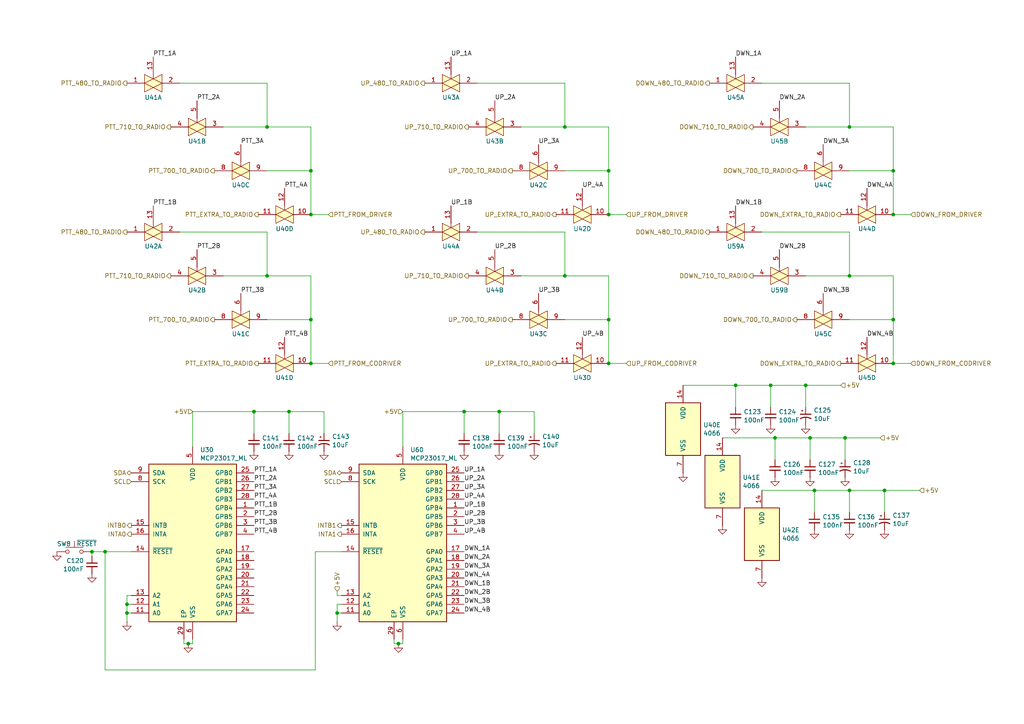
<source format=kicad_sch>
(kicad_sch (version 20250114) (generator "eeschema") (generator_version "9.0")
  (paper "A4")
  (lib_symbols
    (symbol "4xxx:4066" (pin_names (offset 1.016))
      (property "Reference" "U" (at -7.62 8.89 0))
      (property "Value" "4066" (at -7.62 -8.89 0))
      (symbol "4066_1_0"
        (polyline (pts (xy -2.54 2.54) (xy 2.54 0) (xy -2.54 -2.54) (xy -2.54 2.54)) (fill (type background)))
        (polyline (pts (xy -2.54 0) (xy 2.54 2.54) (xy 2.54 -2.54) (xy -2.54 0)) (fill (type background)))
        (polyline (pts (xy 0 1.27) (xy 0 2.54)) (stroke (width 0.1524)))
        (pin passive line (at -7.62 0 0) (length 5.08) (name "~") (number "1"))
        (pin input line (at 0 7.62 270) (length 5.08) (name "~") (number "13"))
        (pin passive line (at 7.62 0 180) (length 5.08) (name "~") (number "2"))
      )
      (symbol "4066_2_0"
        (polyline (pts (xy -2.54 2.54) (xy 2.54 0) (xy -2.54 -2.54) (xy -2.54 2.54)) (fill (type background)))
        (polyline (pts (xy -2.54 0) (xy 2.54 2.54) (xy 2.54 -2.54) (xy -2.54 0)) (fill (type background)))
        (polyline (pts (xy 0 1.27) (xy 0 2.54)) (stroke (width 0.1524)))
        (pin passive line (at -7.62 0 0) (length 5.08) (name "~") (number "4"))
        (pin input line (at 0 7.62 270) (length 5.08) (name "~") (number "5"))
        (pin passive line (at 7.62 0 180) (length 5.08) (name "~") (number "3"))
      )
      (symbol "4066_3_0"
        (polyline (pts (xy -2.54 2.54) (xy 2.54 0) (xy -2.54 -2.54) (xy -2.54 2.54)) (fill (type background)))
        (polyline (pts (xy -2.54 0) (xy 2.54 2.54) (xy 2.54 -2.54) (xy -2.54 0)) (fill (type background)))
        (polyline (pts (xy 0 1.27) (xy 0 2.54)) (stroke (width 0.1524)))
        (pin passive line (at -7.62 0 0) (length 5.08) (name "~") (number "8"))
        (pin input line (at 0 7.62 270) (length 5.08) (name "~") (number "6"))
        (pin passive line (at 7.62 0 180) (length 5.08) (name "~") (number "9"))
      )
      (symbol "4066_4_0"
        (polyline (pts (xy -2.54 2.54) (xy 2.54 0) (xy -2.54 -2.54) (xy -2.54 2.54)) (fill (type background)))
        (polyline (pts (xy -2.54 0) (xy 2.54 2.54) (xy 2.54 -2.54) (xy -2.54 0)) (fill (type background)))
        (polyline (pts (xy 0 1.27) (xy 0 2.54)) (stroke (width 0.1524)))
        (pin passive line (at -7.62 0 0) (length 5.08) (name "~") (number "11"))
        (pin input line (at 0 7.62 270) (length 5.08) (name "~") (number "12"))
        (pin passive line (at 7.62 0 180) (length 5.08) (name "~") (number "10"))
      )
      (symbol "4066_5_0"
        (pin power_in line (at 0 12.7 270) (length 5.08) (name "VDD") (number "14"))
        (pin power_in line (at 0 -12.7 90) (length 5.08) (name "VSS") (number "7"))
      )
      (symbol "4066_5_1"
        (rectangle (start -5.08 7.62) (end 5.08 -7.62) (stroke (width 0.254)) (fill (type background)))
      )
    )
    (symbol "Device:C_Polarized_Small_US" (pin_numbers (hide yes)) (pin_names (offset 0.254) (hide yes))
      (property "Reference" "C" (at 0.254 1.778 0))
      (property "Value" "C_Polarized_Small_US" (at 0.254 -2.032 0))
      (symbol "C_Polarized_Small_US_0_1"
        (polyline (pts (xy -1.524 0.508) (xy 1.524 0.508)) (stroke (width 0.3048)))
        (polyline (pts (xy -1.27 1.524) (xy -0.762 1.524)))
        (polyline (pts (xy -1.016 1.27) (xy -1.016 1.778)))
        (arc (start -1.524 -0.762) (mid 0 -0.3734) (end 1.524 -0.762) (stroke (width 0.3048)))
      )
      (symbol "C_Polarized_Small_US_1_1"
        (pin passive line (at 0 2.54 270) (length 2.032) (name "~") (number "1"))
        (pin passive line (at 0 -2.54 90) (length 2.032) (name "~") (number "2"))
      )
    )
    (symbol "Device:C_Small" (pin_numbers (hide yes)) (pin_names (offset 0.254) (hide yes))
      (property "Reference" "C" (at 0.254 1.778 0))
      (property "Value" "C_Small" (at 0.254 -2.032 0))
      (symbol "C_Small_0_1"
        (polyline (pts (xy -1.524 0.508) (xy 1.524 0.508)) (stroke (width 0.3048)))
        (polyline (pts (xy -1.524 -0.508) (xy 1.524 -0.508)) (stroke (width 0.3302)))
      )
      (symbol "C_Small_1_1"
        (pin passive line (at 0 2.54 270) (length 2.032) (name "~") (number "1"))
        (pin passive line (at 0 -2.54 90) (length 2.032) (name "~") (number "2"))
      )
    )
    (symbol "Interface_Expansion:MCP23017_ML" (pin_names (offset 1.016))
      (property "Reference" "U" (at -11.43 24.13 0))
      (property "Value" "MCP23017_ML" (at 0 0 0))
      (symbol "MCP23017_ML_0_1"
        (rectangle (start -12.7 22.86) (end 12.7 -22.86) (stroke (width 0.254)) (fill (type background)))
      )
      (symbol "MCP23017_ML_1_1"
        (pin bidirectional line (at -17.78 20.32 0) (length 5.08) (name "SDA") (number "9"))
        (pin input line (at -17.78 17.78 0) (length 5.08) (name "SCK") (number "8"))
        (pin tri_state line (at -17.78 5.08 0) (length 5.08) (name "INTB") (number "15"))
        (pin tri_state line (at -17.78 2.54 0) (length 5.08) (name "INTA") (number "16"))
        (pin input line (at -17.78 -2.54 0) (length 5.08) (name "~{RESET}") (number "14"))
        (pin input line (at -17.78 -15.24 0) (length 5.08) (name "A2") (number "13"))
        (pin input line (at -17.78 -17.78 0) (length 5.08) (name "A1") (number "12"))
        (pin input line (at -17.78 -20.32 0) (length 5.08) (name "A0") (number "11"))
        (pin no_connect line (at -12.7 15.24 0) (length 5.08) (hide yes) (name "NC") (number "7"))
        (pin no_connect line (at -12.7 12.7 0) (length 5.08) (hide yes) (name "NC") (number "10"))
        (pin passive line (at -2.54 -27.94 90) (length 5.08) (name "EP") (number "29"))
        (pin power_in line (at 0 27.94 270) (length 5.08) (name "VDD") (number "5"))
        (pin power_in line (at 0 -27.94 90) (length 5.08) (name "VSS") (number "6"))
        (pin bidirectional line (at 17.78 20.32 180) (length 5.08) (name "GPB0") (number "25"))
        (pin bidirectional line (at 17.78 17.78 180) (length 5.08) (name "GPB1") (number "26"))
        (pin bidirectional line (at 17.78 15.24 180) (length 5.08) (name "GPB2") (number "27"))
        (pin bidirectional line (at 17.78 12.7 180) (length 5.08) (name "GPB3") (number "28"))
        (pin bidirectional line (at 17.78 10.16 180) (length 5.08) (name "GPB4") (number "1"))
        (pin bidirectional line (at 17.78 7.62 180) (length 5.08) (name "GPB5") (number "2"))
        (pin bidirectional line (at 17.78 5.08 180) (length 5.08) (name "GPB6") (number "3"))
        (pin output line (at 17.78 2.54 180) (length 5.08) (name "GPB7") (number "4"))
        (pin bidirectional line (at 17.78 -2.54 180) (length 5.08) (name "GPA0") (number "17"))
        (pin bidirectional line (at 17.78 -5.08 180) (length 5.08) (name "GPA1") (number "18"))
        (pin bidirectional line (at 17.78 -7.62 180) (length 5.08) (name "GPA2") (number "19"))
        (pin bidirectional line (at 17.78 -10.16 180) (length 5.08) (name "GPA3") (number "20"))
        (pin bidirectional line (at 17.78 -12.7 180) (length 5.08) (name "GPA4") (number "21"))
        (pin bidirectional line (at 17.78 -15.24 180) (length 5.08) (name "GPA5") (number "22"))
        (pin bidirectional line (at 17.78 -17.78 180) (length 5.08) (name "GPA6") (number "23"))
        (pin output line (at 17.78 -20.32 180) (length 5.08) (name "GPA7") (number "24"))
      )
    )
    (symbol "Switch:SW_Push" (pin_numbers (hide yes)) (pin_names (offset 1.016) (hide yes))
      (property "Reference" "SW" (at 1.27 2.54 0))
      (property "Value" "SW_Push" (at 0 -1.524 0))
      (symbol "SW_Push_0_1"
        (circle (center -2.032 0) (radius 0.508))
        (polyline (pts (xy 0 1.27) (xy 0 3.048)))
        (circle (center 2.032 0) (radius 0.508))
        (polyline (pts (xy 2.54 1.27) (xy -2.54 1.27)))
        (pin passive line (at -5.08 0 0) (length 2.54) (name "1") (number "1"))
        (pin passive line (at 5.08 0 180) (length 2.54) (name "2") (number "2"))
      )
    )
    (symbol "power:GND" (power) (pin_numbers (hide yes)) (pin_names (offset 0) (hide yes))
      (property "Value" "GND" (at 0 -3.81 0))
      (symbol "GND_0_1"
        (polyline (pts (xy 0 0) (xy 0 -1.27) (xy 1.27 -1.27) (xy 0 -2.54) (xy -1.27 -1.27) (xy 0 -1.27)))
      )
      (symbol "GND_1_1"
        (pin power_in line (at 0 0 270) (length 0) (name "~") (number "1"))
      )
    )
  )
  (junction (at 77.47 80.01))
  (junction (at 73.66 119.38))
  (junction (at 77.47 36.83))
  (junction (at 233.68 111.76))
  (junction (at 90.17 62.23))
  (junction (at 245.11 127))
  (junction (at 176.53 92.71))
  (junction (at 256.54 142.24))
  (junction (at 36.83 177.8))
  (junction (at 30.48 160.02))
  (junction (at 224.79 127))
  (junction (at 36.83 175.26))
  (junction (at 176.53 62.23))
  (junction (at 236.22 142.24))
  (junction (at 163.83 80.01))
  (junction (at 259.08 62.23))
  (junction (at 176.53 105.41))
  (junction (at 90.17 49.53))
  (junction (at 83.82 119.38))
  (junction (at 26.67 160.02))
  (junction (at 90.17 105.41))
  (junction (at 90.17 92.71))
  (junction (at 115.57 186.69))
  (junction (at 259.08 49.53))
  (junction (at 213.36 111.76))
  (junction (at 246.38 80.01))
  (junction (at 246.38 36.83))
  (junction (at 234.95 127))
  (junction (at 259.08 92.71))
  (junction (at 246.38 142.24))
  (junction (at 134.62 119.38))
  (junction (at 54.61 186.69))
  (junction (at 97.79 177.8))
  (junction (at 259.08 105.41))
  (junction (at 144.78 119.38))
  (junction (at 163.83 36.83))
  (junction (at 176.53 49.53))
  (junction (at 223.52 111.76))
  (wire (pts (xy 26.67 160.02) (xy 30.48 160.02)))
  (wire (pts (xy 176.53 92.71) (xy 176.53 105.41)))
  (wire (pts (xy 97.79 172.72) (xy 99.06 172.72)))
  (wire (pts (xy 245.11 127) (xy 245.11 133.35)))
  (wire (pts (xy 246.38 49.53) (xy 259.08 49.53)))
  (wire (pts (xy 223.52 111.76) (xy 223.52 118.11)))
  (wire (pts (xy 64.77 36.83) (xy 77.47 36.83)))
  (wire (pts (xy 93.98 119.38) (xy 93.98 125.73)))
  (wire (pts (xy 255.27 127) (xy 245.11 127)))
  (wire (pts (xy 151.13 36.83) (xy 163.83 36.83)))
  (wire (pts (xy 36.83 175.26) (xy 38.1 175.26)))
  (wire (pts (xy 36.83 172.72) (xy 38.1 172.72)))
  (wire (pts (xy 243.84 111.76) (xy 233.68 111.76)))
  (wire (pts (xy 97.79 177.8) (xy 97.79 175.26)))
  (wire (pts (xy 259.08 80.01) (xy 246.38 80.01)))
  (wire (pts (xy 259.08 36.83) (xy 259.08 49.53)))
  (wire (pts (xy 259.08 36.83) (xy 246.38 36.83)))
  (wire (pts (xy 36.83 177.8) (xy 38.1 177.8)))
  (wire (pts (xy 55.88 119.38) (xy 73.66 119.38)))
  (wire (pts (xy 224.79 127) (xy 224.79 133.35)))
  (wire (pts (xy 55.88 119.38) (xy 55.88 129.54)))
  (wire (pts (xy 97.79 175.26) (xy 99.06 175.26)))
  (wire (pts (xy 52.07 24.13) (xy 77.47 24.13)))
  (wire (pts (xy 55.88 185.42) (xy 55.88 186.69)))
  (wire (pts (xy 115.57 186.69) (xy 114.3 186.69)))
  (wire (pts (xy 234.95 127) (xy 234.95 133.35)))
  (wire (pts (xy 90.17 80.01) (xy 77.47 80.01)))
  (wire (pts (xy 176.53 62.23) (xy 181.61 62.23)))
  (wire (pts (xy 55.88 186.69) (xy 54.61 186.69)))
  (wire (pts (xy 176.53 80.01) (xy 176.53 92.71)))
  (wire (pts (xy 233.68 111.76) (xy 223.52 111.76)))
  (wire (pts (xy 97.79 171.45) (xy 97.79 172.72)))
  (wire (pts (xy 259.08 92.71) (xy 259.08 105.41)))
  (wire (pts (xy 83.82 119.38) (xy 83.82 125.73)))
  (wire (pts (xy 53.34 185.42) (xy 53.34 186.69)))
  (wire (pts (xy 116.84 186.69) (xy 115.57 186.69)))
  (wire (pts (xy 224.79 127) (xy 209.55 127)))
  (wire (pts (xy 36.83 175.26) (xy 36.83 172.72)))
  (wire (pts (xy 259.08 105.41) (xy 264.16 105.41)))
  (wire (pts (xy 176.53 36.83) (xy 163.83 36.83)))
  (wire (pts (xy 245.11 127) (xy 234.95 127)))
  (wire (pts (xy 236.22 142.24) (xy 236.22 148.59)))
  (wire (pts (xy 246.38 67.31) (xy 246.38 80.01)))
  (wire (pts (xy 90.17 105.41) (xy 95.25 105.41)))
  (wire (pts (xy 246.38 24.13) (xy 246.38 36.83)))
  (wire (pts (xy 138.43 24.13) (xy 163.83 24.13)))
  (wire (pts (xy 138.43 67.31) (xy 163.83 67.31)))
  (wire (pts (xy 154.94 119.38) (xy 144.78 119.38)))
  (wire (pts (xy 233.68 111.76) (xy 233.68 118.11)))
  (wire (pts (xy 77.47 67.31) (xy 77.47 80.01)))
  (wire (pts (xy 144.78 119.38) (xy 134.62 119.38)))
  (wire (pts (xy 163.83 49.53) (xy 176.53 49.53)))
  (wire (pts (xy 176.53 105.41) (xy 181.61 105.41)))
  (wire (pts (xy 246.38 142.24) (xy 236.22 142.24)))
  (wire (pts (xy 163.83 92.71) (xy 176.53 92.71)))
  (wire (pts (xy 93.98 119.38) (xy 83.82 119.38)))
  (wire (pts (xy 77.47 49.53) (xy 90.17 49.53)))
  (wire (pts (xy 52.07 67.31) (xy 77.47 67.31)))
  (wire (pts (xy 233.68 80.01) (xy 246.38 80.01)))
  (wire (pts (xy 163.83 24.13) (xy 163.83 36.83)))
  (wire (pts (xy 213.36 111.76) (xy 213.36 118.11)))
  (wire (pts (xy 266.7 142.24) (xy 256.54 142.24)))
  (wire (pts (xy 176.53 80.01) (xy 163.83 80.01)))
  (wire (pts (xy 77.47 24.13) (xy 77.47 36.83)))
  (wire (pts (xy 116.84 185.42) (xy 116.84 186.69)))
  (wire (pts (xy 256.54 142.24) (xy 256.54 148.59)))
  (wire (pts (xy 234.95 127) (xy 224.79 127)))
  (wire (pts (xy 73.66 119.38) (xy 73.66 125.73)))
  (wire (pts (xy 259.08 49.53) (xy 259.08 62.23)))
  (wire (pts (xy 26.67 160.02) (xy 26.67 161.29)))
  (wire (pts (xy 90.17 80.01) (xy 90.17 92.71)))
  (wire (pts (xy 246.38 92.71) (xy 259.08 92.71)))
  (wire (pts (xy 144.78 119.38) (xy 144.78 125.73)))
  (wire (pts (xy 91.44 194.31) (xy 91.44 160.02)))
  (wire (pts (xy 259.08 80.01) (xy 259.08 92.71)))
  (wire (pts (xy 90.17 92.71) (xy 90.17 105.41)))
  (wire (pts (xy 236.22 142.24) (xy 220.98 142.24)))
  (wire (pts (xy 30.48 160.02) (xy 30.48 194.31)))
  (wire (pts (xy 220.98 67.31) (xy 246.38 67.31)))
  (wire (pts (xy 233.68 36.83) (xy 246.38 36.83)))
  (wire (pts (xy 30.48 160.02) (xy 38.1 160.02)))
  (wire (pts (xy 163.83 67.31) (xy 163.83 80.01)))
  (wire (pts (xy 64.77 80.01) (xy 77.47 80.01)))
  (wire (pts (xy 97.79 180.34) (xy 97.79 177.8)))
  (wire (pts (xy 176.53 36.83) (xy 176.53 49.53)))
  (wire (pts (xy 246.38 142.24) (xy 246.38 148.59)))
  (wire (pts (xy 134.62 119.38) (xy 134.62 125.73)))
  (wire (pts (xy 154.94 119.38) (xy 154.94 125.73)))
  (wire (pts (xy 114.3 185.42) (xy 114.3 186.69)))
  (wire (pts (xy 116.84 119.38) (xy 116.84 129.54)))
  (wire (pts (xy 90.17 36.83) (xy 90.17 49.53)))
  (wire (pts (xy 176.53 49.53) (xy 176.53 62.23)))
  (wire (pts (xy 83.82 119.38) (xy 73.66 119.38)))
  (wire (pts (xy 220.98 24.13) (xy 246.38 24.13)))
  (wire (pts (xy 116.84 119.38) (xy 134.62 119.38)))
  (wire (pts (xy 256.54 142.24) (xy 246.38 142.24)))
  (wire (pts (xy 90.17 36.83) (xy 77.47 36.83)))
  (wire (pts (xy 30.48 194.31) (xy 91.44 194.31)))
  (wire (pts (xy 223.52 111.76) (xy 213.36 111.76)))
  (wire (pts (xy 97.79 177.8) (xy 99.06 177.8)))
  (wire (pts (xy 213.36 111.76) (xy 198.12 111.76)))
  (wire (pts (xy 54.61 186.69) (xy 53.34 186.69)))
  (wire (pts (xy 151.13 80.01) (xy 163.83 80.01)))
  (wire (pts (xy 90.17 49.53) (xy 90.17 62.23)))
  (wire (pts (xy 91.44 160.02) (xy 99.06 160.02)))
  (wire (pts (xy 36.83 177.8) (xy 36.83 175.26)))
  (wire (pts (xy 259.08 62.23) (xy 264.16 62.23)))
  (wire (pts (xy 36.83 180.34) (xy 36.83 177.8)))
  (wire (pts (xy 77.47 92.71) (xy 90.17 92.71)))
  (wire (pts (xy 90.17 62.23) (xy 95.25 62.23)))
  (label "DWN_4B" (at 134.62 177.8 0))
  (label "PTT_4B" (at 82.55 97.79 0))
  (label "DWN_3A" (at 134.62 165.1 0))
  (label "DWN_2B" (at 134.62 172.72 0))
  (label "UP_3B" (at 134.62 152.4 0))
  (label "UP_3A" (at 156.21 41.91 0))
  (label "PTT_1A" (at 44.45 16.51 0))
  (label "PTT_3B" (at 73.66 152.4 0))
  (label "UP_1B" (at 134.62 147.32 0))
  (label "PTT_1B" (at 44.45 59.69 0))
  (label "PTT_3A" (at 73.66 142.24 0))
  (label "UP_1A" (at 134.62 137.16 0))
  (label "DWN_2A" (at 226.06 29.21 0))
  (label "UP_3A" (at 134.62 142.24 0))
  (label "UP_1B" (at 130.81 59.69 0))
  (label "UP_2A" (at 143.51 29.21 0))
  (label "DWN_2A" (at 134.62 162.56 0))
  (label "UP_4A" (at 134.62 144.78 0))
  (label "DWN_1B" (at 213.36 59.69 0))
  (label "PTT_4A" (at 82.55 54.61 0))
  (label "DWN_2B" (at 226.06 72.39 0))
  (label "PTT_3B" (at 69.85 85.09 0))
  (label "DWN_4A" (at 251.46 54.61 0))
  (label "DWN_3B" (at 134.62 175.26 0))
  (label "UP_4A" (at 168.91 54.61 0))
  (label "UP_2A" (at 134.62 139.7 0))
  (label "DWN_3A" (at 238.76 41.91 0))
  (label "DWN_4B" (at 251.46 97.79 0))
  (label "UP_4B" (at 168.91 97.79 0))
  (label "PTT_2B" (at 73.66 149.86 0))
  (label "PTT_2B" (at 57.15 72.39 0))
  (label "PTT_2A" (at 73.66 139.7 0))
  (label "PTT_1B" (at 73.66 147.32 0))
  (label "PTT_1A" (at 73.66 137.16 0))
  (label "UP_1A" (at 130.81 16.51 0))
  (label "PTT_2A" (at 57.15 29.21 0))
  (label "DWN_4A" (at 134.62 167.64 0))
  (label "PTT_4A" (at 73.66 144.78 0))
  (label "DWN_1B" (at 134.62 170.18 0))
  (label "DWN_1A" (at 134.62 160.02 0))
  (label "DWN_1A" (at 213.36 16.51 0))
  (label "PTT_4B" (at 73.66 154.94 0))
  (label "UP_2B" (at 143.51 72.39 0))
  (label "UP_3B" (at 156.21 85.09 0))
  (label "UP_4B" (at 134.62 154.94 0))
  (label "UP_2B" (at 134.62 149.86 0))
  (label "PTT_3A" (at 69.85 41.91 0))
  (label "DWN_3B" (at 238.76 85.09 0))
  (hierarchical_label "INTA1" (shape output) (at 99.06 154.94 180))
  (hierarchical_label "PTT_EXTRA_TO_RADIO" (shape output) (at 74.93 105.41 180))
  (hierarchical_label "+5V" (shape input) (at 266.7 142.24 0))
  (hierarchical_label "+5V" (shape input) (at 116.84 119.38 180))
  (hierarchical_label "UP_710_TO_RADIO" (shape output) (at 135.89 80.01 180))
  (hierarchical_label "SDA" (shape bidirectional) (at 99.06 137.16 180))
  (hierarchical_label "+5V" (shape input) (at 255.27 127 0))
  (hierarchical_label "DOWN_700_TO_RADIO" (shape output) (at 231.14 49.53 180))
  (hierarchical_label "INTB0" (shape output) (at 38.1 152.4 180))
  (hierarchical_label "PTT_710_TO_RADIO" (shape output) (at 49.53 80.01 180))
  (hierarchical_label "INTA0" (shape output) (at 38.1 154.94 180))
  (hierarchical_label "+5V" (shape input) (at 243.84 111.76 0))
  (hierarchical_label "DOWN_710_TO_RADIO" (shape output) (at 218.44 80.01 180))
  (hierarchical_label "DOWN_FROM_DRIVER" (shape input) (at 264.16 62.23 0))
  (hierarchical_label "UP_EXTRA_TO_RADIO" (shape output) (at 161.29 62.23 180))
  (hierarchical_label "INTB1" (shape output) (at 99.06 152.4 180))
  (hierarchical_label "UP_480_TO_RADIO" (shape output) (at 123.19 24.13 180))
  (hierarchical_label "UP_700_TO_RADIO" (shape output) (at 148.59 49.53 180))
  (hierarchical_label "SCL" (shape input) (at 99.06 139.7 180))
  (hierarchical_label "DOWN_480_TO_RADIO" (shape output) (at 205.74 67.31 180))
  (hierarchical_label "DOWN_700_TO_RADIO" (shape output) (at 231.14 92.71 180))
  (hierarchical_label "+5V" (shape input) (at 97.79 171.45 90))
  (hierarchical_label "DOWN_EXTRA_TO_RADIO" (shape output) (at 243.84 62.23 180))
  (hierarchical_label "UP_710_TO_RADIO" (shape output) (at 135.89 36.83 180))
  (hierarchical_label "PTT_EXTRA_TO_RADIO" (shape output) (at 74.93 62.23 180))
  (hierarchical_label "+5V" (shape input) (at 55.88 119.38 180))
  (hierarchical_label "SCL" (shape input) (at 38.1 139.7 180))
  (hierarchical_label "UP_EXTRA_TO_RADIO" (shape output) (at 161.29 105.41 180))
  (hierarchical_label "DOWN_EXTRA_TO_RADIO" (shape output) (at 243.84 105.41 180))
  (hierarchical_label "UP_FROM_CODRIVER" (shape input) (at 181.61 105.41 0))
  (hierarchical_label "PTT_480_TO_RADIO" (shape output) (at 36.83 24.13 180))
  (hierarchical_label "DOWN_710_TO_RADIO" (shape output) (at 218.44 36.83 180))
  (hierarchical_label "DOWN_480_TO_RADIO" (shape output) (at 205.74 24.13 180))
  (hierarchical_label "DOWN_FROM_CODRIVER" (shape input) (at 264.16 105.41 0))
  (hierarchical_label "UP_700_TO_RADIO" (shape output) (at 148.59 92.71 180))
  (hierarchical_label "PTT_700_TO_RADIO" (shape output) (at 62.23 92.71 180))
  (hierarchical_label "PTT_710_TO_RADIO" (shape output) (at 49.53 36.83 180))
  (hierarchical_label "PTT_480_TO_RADIO" (shape output) (at 36.83 67.31 180))
  (hierarchical_label "UP_480_TO_RADIO" (shape output) (at 123.19 67.31 180))
  (hierarchical_label "PTT_FROM_CODRIVER" (shape input) (at 95.25 105.41 0))
  (hierarchical_label "PTT_FROM_DRIVER" (shape input) (at 95.25 62.23 0))
  (hierarchical_label "PTT_700_TO_RADIO" (shape output) (at 62.23 49.53 180))
  (hierarchical_label "SDA" (shape bidirectional) (at 38.1 137.16 180))
  (hierarchical_label "UP_FROM_DRIVER" (shape input) (at 181.61 62.23 0))
  (symbol (lib_id "Device:C_Small") (at 83.82 128.27 0) (unit 1)
    (property "Reference" "C142" (at 86.1441 127.0641 0) (effects (justify left)))
    (property "Value" "100nF" (at 86.1441 129.4884 0) (effects (justify left)))
    (property "Description" "Unpolarized capacitor, small symbol" (effects (hide yes)))
  )
  (symbol (lib_id "Device:C_Small") (at 246.38 151.13 0) (unit 1)
    (property "Reference" "C136" (at 248.7041 149.9241 0) (effects (justify left)))
    (property "Value" "100nF" (at 248.7041 152.3484 0) (effects (justify left)))
    (property "Description" "Unpolarized capacitor, small symbol" (effects (hide yes)))
  )
  (symbol (lib_id "4xxx:4066") (at 226.06 36.83 0) (unit 2)
    (property "Reference" "U45" (at 226.06 40.9631 0))
    (property "Value" "4066" (effects (hide yes)))
    (property "Datasheet" "http://www.ti.com/lit/ds/symlink/cd4066b.pdf" (effects (hide yes)))
    (property "Description" "Quad Analog Switches" (effects (hide yes)))
  )
  (symbol (lib_id "4xxx:4066") (at 213.36 67.31 0) (unit 1)
    (property "Reference" "U59" (at 213.36 71.4431 0))
    (property "Value" "4066" (effects (hide yes)))
    (property "Datasheet" "http://www.ti.com/lit/ds/symlink/cd4066b.pdf" (effects (hide yes)))
    (property "Description" "Quad Analog Switches" (effects (hide yes)))
  )
  (symbol (lib_id "Device:C_Polarized_Small_US") (at 256.54 151.13 0) (unit 1)
    (property "Reference" "C137" (at 258.8514 149.486 0) (effects (justify left)))
    (property "Value" "10uF" (at 258.8514 151.9103 0) (effects (justify left)))
    (property "Description" "Polarized capacitor, small US symbol" (effects (hide yes)))
  )
  (symbol (lib_id "power:GND") (at 54.61 186.69 0) (unit 1)
    (property "Reference" "#PWR0264" (effects (hide yes)))
    (property "Value" "GND" (effects (hide yes)))
    (property "Description" "Power symbol creates a global label with name \"GND\" , ground" (effects (hide yes)))
  )
  (symbol (lib_id "Device:C_Polarized_Small_US") (at 245.11 135.89 0) (unit 1)
    (property "Reference" "C128" (at 247.4214 134.246 0) (effects (justify left)))
    (property "Value" "10uF" (at 247.4214 136.6703 0) (effects (justify left)))
    (property "Description" "Polarized capacitor, small US symbol" (effects (hide yes)))
  )
  (symbol (lib_id "Device:C_Small") (at 213.36 120.65 0) (unit 1)
    (property "Reference" "C123" (at 215.6841 119.4441 0) (effects (justify left)))
    (property "Value" "100nF" (at 215.6841 121.8684 0) (effects (justify left)))
    (property "Description" "Unpolarized capacitor, small symbol" (effects (hide yes)))
  )
  (symbol (lib_id "power:GND") (at 198.12 137.16 0) (unit 1)
    (property "Reference" "#PWR0271" (effects (hide yes)))
    (property "Value" "GND" (effects (hide yes)))
    (property "Description" "Power symbol creates a global label with name \"GND\" , ground" (effects (hide yes)))
  )
  (symbol (lib_id "4xxx:4066") (at 130.81 24.13 0) (unit 1)
    (property "Reference" "U43" (at 130.81 28.2631 0))
    (property "Value" "4066" (effects (hide yes)))
    (property "Datasheet" "http://www.ti.com/lit/ds/symlink/cd4066b.pdf" (effects (hide yes)))
    (property "Description" "Quad Analog Switches" (effects (hide yes)))
  )
  (symbol (lib_id "4xxx:4066") (at 168.91 62.23 0) (unit 4)
    (property "Reference" "U42" (at 168.91 66.3631 0))
    (property "Value" "4066" (effects (hide yes)))
    (property "Datasheet" "http://www.ti.com/lit/ds/symlink/cd4066b.pdf" (effects (hide yes)))
    (property "Description" "Quad Analog Switches" (effects (hide yes)))
  )
  (symbol (lib_id "power:GND") (at 154.94 130.81 0) (unit 1)
    (property "Reference" "#PWR0291" (effects (hide yes)))
    (property "Value" "GND" (effects (hide yes)))
    (property "Description" "Power symbol creates a global label with name \"GND\" , ground" (effects (hide yes)))
  )
  (symbol (lib_id "4xxx:4066") (at 57.15 36.83 0) (unit 2)
    (property "Reference" "U41" (at 57.15 40.9631 0))
    (property "Value" "4066" (effects (hide yes)))
    (property "Datasheet" "http://www.ti.com/lit/ds/symlink/cd4066b.pdf" (effects (hide yes)))
    (property "Description" "Quad Analog Switches" (effects (hide yes)))
  )
  (symbol (lib_id "power:GND") (at 209.55 152.4 0) (unit 1)
    (property "Reference" "#PWR0272" (effects (hide yes)))
    (property "Value" "GND" (effects (hide yes)))
    (property "Description" "Power symbol creates a global label with name \"GND\" , ground" (effects (hide yes)))
  )
  (symbol (lib_id "4xxx:4066") (at 69.85 92.71 0) (unit 3)
    (property "Reference" "U41" (at 69.85 96.8431 0))
    (property "Value" "4066" (effects (hide yes)))
    (property "Datasheet" "http://www.ti.com/lit/ds/symlink/cd4066b.pdf" (effects (hide yes)))
    (property "Description" "Quad Analog Switches" (effects (hide yes)))
  )
  (symbol (lib_id "Switch:SW_Push") (at 21.59 160.02 0) (unit 1)
    (property "Reference" "SW8" (at 18.542 157.734 0))
    (property "Value" "~{RESET}" (at 25.146 157.734 0))
    (property "Footprint" "Button_Switch_SMD:SW_SPST_TL3342" (effects (hide yes)))
    (property "Description" "Push button switch, generic, two pins" (effects (hide yes)))
  )
  (symbol (lib_id "Device:C_Polarized_Small_US") (at 233.68 120.65 0) (unit 1)
    (property "Reference" "C125" (at 235.9914 119.006 0) (effects (justify left)))
    (property "Value" "10uF" (at 235.9914 121.4303 0) (effects (justify left)))
    (property "Description" "Polarized capacitor, small US symbol" (effects (hide yes)))
  )
  (symbol (lib_id "4xxx:4066") (at 82.55 105.41 0) (unit 4)
    (property "Reference" "U41" (at 82.55 109.5431 0))
    (property "Value" "4066" (effects (hide yes)))
    (property "Datasheet" "http://www.ti.com/lit/ds/symlink/cd4066b.pdf" (effects (hide yes)))
    (property "Description" "Quad Analog Switches" (effects (hide yes)))
  )
  (symbol (lib_id "4xxx:4066") (at 143.51 80.01 0) (unit 2)
    (property "Reference" "U44" (at 143.51 84.1431 0))
    (property "Value" "4066" (effects (hide yes)))
    (property "Datasheet" "http://www.ti.com/lit/ds/symlink/cd4066b.pdf" (effects (hide yes)))
    (property "Description" "Quad Analog Switches" (effects (hide yes)))
  )
  (symbol (lib_id "power:GND") (at 97.79 180.34 0) (unit 1)
    (property "Reference" "#PWR0289" (effects (hide yes)))
    (property "Value" "GND" (effects (hide yes)))
    (property "Description" "Power symbol creates a global label with name \"GND\" , ground" (effects (hide yes)))
  )
  (symbol (lib_id "4xxx:4066") (at 226.06 80.01 0) (unit 2)
    (property "Reference" "U59" (at 226.06 84.1431 0))
    (property "Value" "4066" (effects (hide yes)))
    (property "Datasheet" "http://www.ti.com/lit/ds/symlink/cd4066b.pdf" (effects (hide yes)))
    (property "Description" "Quad Analog Switches" (effects (hide yes)))
  )
  (symbol (lib_id "Interface_Expansion:MCP23017_ML") (at 116.84 157.48 0) (unit 1)
    (property "Reference" "U60" (at 118.9833 130.4755 0) (effects (justify left)))
    (property "Value" "MCP23017_ML" (at 118.9833 132.8998 0) (effects (justify left)))
    (property "Footprint" "Package_DFN_QFN:QFN-28-1EP_6x6mm_P0.65mm_EP4.25x4.25mm" (effects (hide yes)))
    (property "Datasheet" "https://ww1.microchip.com/downloads/aemDocuments/documents/APID/ProductDocuments/DataSheets/MCP23017-Data-Sheet-DS20001952.pdf" (effects (hide yes)))
    (property "Description" "16-bit I/O expander, I2C, interrupts, w pull-ups, GPA/B7 output only (https://microchip.my.site.com/s/article/GPA7---GPB7-Cannot-Be-Used-as-Inputs-In-MCP23017), QFN-28" (effects (hide yes)))
  )
  (symbol (lib_id "Device:C_Small") (at 134.62 128.27 0) (unit 1)
    (property "Reference" "C138" (at 136.9441 127.0641 0) (effects (justify left)))
    (property "Value" "100nF" (at 136.9441 129.4884 0) (effects (justify left)))
    (property "Description" "Unpolarized capacitor, small symbol" (effects (hide yes)))
  )
  (symbol (lib_id "power:GND") (at 16.51 160.02 0) (unit 1)
    (property "Reference" "#PWR0237" (effects (hide yes)))
    (property "Value" "GND" (effects (hide yes)))
    (property "Description" "Power symbol creates a global label with name \"GND\" , ground" (effects (hide yes)))
  )
  (symbol (lib_id "power:GND") (at 73.66 130.81 0) (unit 1)
    (property "Reference" "#PWR0292" (effects (hide yes)))
    (property "Value" "GND" (effects (hide yes)))
    (property "Description" "Power symbol creates a global label with name \"GND\" , ground" (effects (hide yes)))
  )
  (symbol (lib_id "power:GND") (at 144.78 130.81 0) (unit 1)
    (property "Reference" "#PWR0288" (effects (hide yes)))
    (property "Value" "GND" (effects (hide yes)))
    (property "Description" "Power symbol creates a global label with name \"GND\" , ground" (effects (hide yes)))
  )
  (symbol (lib_id "4xxx:4066") (at 238.76 92.71 0) (unit 3)
    (property "Reference" "U45" (at 238.76 96.8431 0))
    (property "Value" "4066" (effects (hide yes)))
    (property "Datasheet" "http://www.ti.com/lit/ds/symlink/cd4066b.pdf" (effects (hide yes)))
    (property "Description" "Quad Analog Switches" (effects (hide yes)))
  )
  (symbol (lib_id "power:GND") (at 223.52 123.19 0) (unit 1)
    (property "Reference" "#PWR0266" (effects (hide yes)))
    (property "Value" "GND" (effects (hide yes)))
    (property "Description" "Power symbol creates a global label with name \"GND\" , ground" (effects (hide yes)))
  )
  (symbol (lib_id "4xxx:4066") (at 69.85 49.53 0) (unit 3)
    (property "Reference" "U40" (at 69.85 53.6631 0))
    (property "Value" "4066" (effects (hide yes)))
    (property "Datasheet" "http://www.ti.com/lit/ds/symlink/cd4066b.pdf" (effects (hide yes)))
    (property "Description" "Quad Analog Switches" (effects (hide yes)))
  )
  (symbol (lib_id "Device:C_Small") (at 144.78 128.27 0) (unit 1)
    (property "Reference" "C139" (at 147.1041 127.0641 0) (effects (justify left)))
    (property "Value" "100nF" (at 147.1041 129.4884 0) (effects (justify left)))
    (property "Description" "Unpolarized capacitor, small symbol" (effects (hide yes)))
  )
  (symbol (lib_id "power:GND") (at 36.83 180.34 0) (unit 1)
    (property "Reference" "#PWR0263" (effects (hide yes)))
    (property "Value" "GND" (effects (hide yes)))
    (property "Description" "Power symbol creates a global label with name \"GND\" , ground" (effects (hide yes)))
  )
  (symbol (lib_id "4xxx:4066") (at 220.98 154.94 0) (unit 5)
    (property "Reference" "U42" (at 226.822 153.7278 0) (effects (justify left)))
    (property "Value" "4066" (at 226.822 156.1521 0) (effects (justify left)))
    (property "Datasheet" "http://www.ti.com/lit/ds/symlink/cd4066b.pdf" (effects (hide yes)))
    (property "Description" "Quad Analog Switches" (effects (hide yes)))
  )
  (symbol (lib_id "4xxx:4066") (at 44.45 24.13 0) (unit 1)
    (property "Reference" "U41" (at 44.45 28.2631 0))
    (property "Value" "4066" (effects (hide yes)))
    (property "Datasheet" "http://www.ti.com/lit/ds/symlink/cd4066b.pdf" (effects (hide yes)))
    (property "Description" "Quad Analog Switches" (effects (hide yes)))
  )
  (symbol (lib_id "4xxx:4066") (at 57.15 80.01 0) (unit 2)
    (property "Reference" "U42" (at 57.15 84.1431 0))
    (property "Value" "4066" (effects (hide yes)))
    (property "Datasheet" "http://www.ti.com/lit/ds/symlink/cd4066b.pdf" (effects (hide yes)))
    (property "Description" "Quad Analog Switches" (effects (hide yes)))
  )
  (symbol (lib_id "Device:C_Polarized_Small_US") (at 154.94 128.27 0) (unit 1)
    (property "Reference" "C140" (at 157.2514 126.626 0) (effects (justify left)))
    (property "Value" "10uF" (at 157.2514 129.0503 0) (effects (justify left)))
    (property "Description" "Polarized capacitor, small US symbol" (effects (hide yes)))
  )
  (symbol (lib_id "4xxx:4066") (at 251.46 105.41 0) (unit 4)
    (property "Reference" "U45" (at 251.46 109.5431 0))
    (property "Value" "4066" (effects (hide yes)))
    (property "Datasheet" "http://www.ti.com/lit/ds/symlink/cd4066b.pdf" (effects (hide yes)))
    (property "Description" "Quad Analog Switches" (effects (hide yes)))
  )
  (symbol (lib_id "4xxx:4066") (at 238.76 49.53 0) (unit 3)
    (property "Reference" "U44" (at 238.76 53.6631 0))
    (property "Value" "4066" (effects (hide yes)))
    (property "Datasheet" "http://www.ti.com/lit/ds/symlink/cd4066b.pdf" (effects (hide yes)))
    (property "Description" "Quad Analog Switches" (effects (hide yes)))
  )
  (symbol (lib_id "Device:C_Small") (at 236.22 151.13 0) (unit 1)
    (property "Reference" "C135" (at 238.5441 149.9241 0) (effects (justify left)))
    (property "Value" "100nF" (at 238.5441 152.3484 0) (effects (justify left)))
    (property "Description" "Unpolarized capacitor, small symbol" (effects (hide yes)))
  )
  (symbol (lib_id "4xxx:4066") (at 130.81 67.31 0) (unit 1)
    (property "Reference" "U44" (at 130.81 71.4431 0))
    (property "Value" "4066" (effects (hide yes)))
    (property "Datasheet" "http://www.ti.com/lit/ds/symlink/cd4066b.pdf" (effects (hide yes)))
    (property "Description" "Quad Analog Switches" (effects (hide yes)))
  )
  (symbol (lib_id "4xxx:4066") (at 82.55 62.23 0) (unit 4)
    (property "Reference" "U40" (at 82.55 66.3631 0))
    (property "Value" "4066" (effects (hide yes)))
    (property "Datasheet" "http://www.ti.com/lit/ds/symlink/cd4066b.pdf" (effects (hide yes)))
    (property "Description" "Quad Analog Switches" (effects (hide yes)))
  )
  (symbol (lib_id "Device:C_Small") (at 224.79 135.89 0) (unit 1)
    (property "Reference" "C126" (at 227.1141 134.6841 0) (effects (justify left)))
    (property "Value" "100nF" (at 227.1141 137.1084 0) (effects (justify left)))
    (property "Description" "Unpolarized capacitor, small symbol" (effects (hide yes)))
  )
  (symbol (lib_id "4xxx:4066") (at 251.46 62.23 0) (unit 4)
    (property "Reference" "U44" (at 251.46 66.3631 0))
    (property "Value" "4066" (effects (hide yes)))
    (property "Datasheet" "http://www.ti.com/lit/ds/symlink/cd4066b.pdf" (effects (hide yes)))
    (property "Description" "Quad Analog Switches" (effects (hide yes)))
  )
  (symbol (lib_id "power:GND") (at 234.95 138.43 0) (unit 1)
    (property "Reference" "#PWR0269" (effects (hide yes)))
    (property "Value" "GND" (effects (hide yes)))
    (property "Description" "Power symbol creates a global label with name \"GND\" , ground" (effects (hide yes)))
  )
  (symbol (lib_id "Interface_Expansion:MCP23017_ML") (at 55.88 157.48 0) (unit 1)
    (property "Reference" "U30" (at 58.0233 130.4755 0) (effects (justify left)))
    (property "Value" "MCP23017_ML" (at 58.0233 132.8998 0) (effects (justify left)))
    (property "Footprint" "Package_DFN_QFN:QFN-28-1EP_6x6mm_P0.65mm_EP4.25x4.25mm" (effects (hide yes)))
    (property "Datasheet" "https://ww1.microchip.com/downloads/aemDocuments/documents/APID/ProductDocuments/DataSheets/MCP23017-Data-Sheet-DS20001952.pdf" (effects (hide yes)))
    (property "Description" "16-bit I/O expander, I2C, interrupts, w pull-ups, GPA/B7 output only (https://microchip.my.site.com/s/article/GPA7---GPB7-Cannot-Be-Used-as-Inputs-In-MCP23017), QFN-28" (effects (hide yes)))
  )
  (symbol (lib_id "Device:C_Small") (at 26.67 163.83 0) (mirror y) (unit 1)
    (property "Reference" "C120" (at 24.3459 162.6241 0) (effects (justify left)))
    (property "Value" "100nF" (at 24.3459 165.0484 0) (effects (justify left)))
    (property "Description" "Unpolarized capacitor, small symbol" (effects (hide yes)))
  )
  (symbol (lib_id "4xxx:4066") (at 156.21 92.71 0) (unit 3)
    (property "Reference" "U43" (at 156.21 96.8431 0))
    (property "Value" "4066" (effects (hide yes)))
    (property "Datasheet" "http://www.ti.com/lit/ds/symlink/cd4066b.pdf" (effects (hide yes)))
    (property "Description" "Quad Analog Switches" (effects (hide yes)))
  )
  (symbol (lib_id "power:GND") (at 134.62 130.81 0) (unit 1)
    (property "Reference" "#PWR0287" (effects (hide yes)))
    (property "Value" "GND" (effects (hide yes)))
    (property "Description" "Power symbol creates a global label with name \"GND\" , ground" (effects (hide yes)))
  )
  (symbol (lib_id "Device:C_Polarized_Small_US") (at 93.98 128.27 0) (unit 1)
    (property "Reference" "C143" (at 96.2914 126.626 0) (effects (justify left)))
    (property "Value" "10uF" (at 96.2914 129.0503 0) (effects (justify left)))
    (property "Description" "Polarized capacitor, small US symbol" (effects (hide yes)))
  )
  (symbol (lib_id "4xxx:4066") (at 143.51 36.83 0) (unit 2)
    (property "Reference" "U43" (at 143.51 40.9631 0))
    (property "Value" "4066" (effects (hide yes)))
    (property "Datasheet" "http://www.ti.com/lit/ds/symlink/cd4066b.pdf" (effects (hide yes)))
    (property "Description" "Quad Analog Switches" (effects (hide yes)))
  )
  (symbol (lib_id "power:GND") (at 245.11 138.43 0) (unit 1)
    (property "Reference" "#PWR0270" (effects (hide yes)))
    (property "Value" "GND" (effects (hide yes)))
    (property "Description" "Power symbol creates a global label with name \"GND\" , ground" (effects (hide yes)))
  )
  (symbol (lib_id "4xxx:4066") (at 44.45 67.31 0) (unit 1)
    (property "Reference" "U42" (at 44.45 71.4431 0))
    (property "Value" "4066" (effects (hide yes)))
    (property "Datasheet" "http://www.ti.com/lit/ds/symlink/cd4066b.pdf" (effects (hide yes)))
    (property "Description" "Quad Analog Switches" (effects (hide yes)))
  )
  (symbol (lib_id "power:GND") (at 213.36 123.19 0) (unit 1)
    (property "Reference" "#PWR0265" (effects (hide yes)))
    (property "Value" "GND" (effects (hide yes)))
    (property "Description" "Power symbol creates a global label with name \"GND\" , ground" (effects (hide yes)))
  )
  (symbol (lib_id "power:GND") (at 220.98 167.64 0) (unit 1)
    (property "Reference" "#PWR0273" (effects (hide yes)))
    (property "Value" "GND" (effects (hide yes)))
    (property "Description" "Power symbol creates a global label with name \"GND\" , ground" (effects (hide yes)))
  )
  (symbol (lib_id "power:GND") (at 236.22 153.67 0) (unit 1)
    (property "Reference" "#PWR0274" (effects (hide yes)))
    (property "Value" "GND" (effects (hide yes)))
    (property "Description" "Power symbol creates a global label with name \"GND\" , ground" (effects (hide yes)))
  )
  (symbol (lib_id "4xxx:4066") (at 168.91 105.41 0) (unit 4)
    (property "Reference" "U43" (at 168.91 109.5431 0))
    (property "Value" "4066" (effects (hide yes)))
    (property "Datasheet" "http://www.ti.com/lit/ds/symlink/cd4066b.pdf" (effects (hide yes)))
    (property "Description" "Quad Analog Switches" (effects (hide yes)))
  )
  (symbol (lib_id "power:GND") (at 83.82 130.81 0) (unit 1)
    (property "Reference" "#PWR0293" (effects (hide yes)))
    (property "Value" "GND" (effects (hide yes)))
    (property "Description" "Power symbol creates a global label with name \"GND\" , ground" (effects (hide yes)))
  )
  (symbol (lib_id "power:GND") (at 115.57 186.69 0) (unit 1)
    (property "Reference" "#PWR0290" (effects (hide yes)))
    (property "Value" "GND" (effects (hide yes)))
    (property "Description" "Power symbol creates a global label with name \"GND\" , ground" (effects (hide yes)))
  )
  (symbol (lib_id "Device:C_Small") (at 73.66 128.27 0) (unit 1)
    (property "Reference" "C141" (at 75.9841 127.0641 0) (effects (justify left)))
    (property "Value" "100nF" (at 75.9841 129.4884 0) (effects (justify left)))
    (property "Description" "Unpolarized capacitor, small symbol" (effects (hide yes)))
  )
  (symbol (lib_id "4xxx:4066") (at 198.12 124.46 0) (unit 5)
    (property "Reference" "U40" (at 203.962 123.2478 0) (effects (justify left)))
    (property "Value" "4066" (at 203.962 125.6721 0) (effects (justify left)))
    (property "Datasheet" "http://www.ti.com/lit/ds/symlink/cd4066b.pdf" (effects (hide yes)))
    (property "Description" "Quad Analog Switches" (effects (hide yes)))
  )
  (symbol (lib_id "Device:C_Small") (at 223.52 120.65 0) (unit 1)
    (property "Reference" "C124" (at 225.8441 119.4441 0) (effects (justify left)))
    (property "Value" "100nF" (at 225.8441 121.8684 0) (effects (justify left)))
    (property "Description" "Unpolarized capacitor, small symbol" (effects (hide yes)))
  )
  (symbol (lib_id "power:GND") (at 224.79 138.43 0) (unit 1)
    (property "Reference" "#PWR0268" (effects (hide yes)))
    (property "Value" "GND" (effects (hide yes)))
    (property "Description" "Power symbol creates a global label with name \"GND\" , ground" (effects (hide yes)))
  )
  (symbol (lib_id "power:GND") (at 246.38 153.67 0) (unit 1)
    (property "Reference" "#PWR0275" (effects (hide yes)))
    (property "Value" "GND" (effects (hide yes)))
    (property "Description" "Power symbol creates a global label with name \"GND\" , ground" (effects (hide yes)))
  )
  (symbol (lib_id "power:GND") (at 233.68 123.19 0) (unit 1)
    (property "Reference" "#PWR0267" (effects (hide yes)))
    (property "Value" "GND" (effects (hide yes)))
    (property "Description" "Power symbol creates a global label with name \"GND\" , ground" (effects (hide yes)))
  )
  (symbol (lib_id "power:GND") (at 93.98 130.81 0) (unit 1)
    (property "Reference" "#PWR0294" (effects (hide yes)))
    (property "Value" "GND" (effects (hide yes)))
    (property "Description" "Power symbol creates a global label with name \"GND\" , ground" (effects (hide yes)))
  )
  (symbol (lib_id "4xxx:4066") (at 209.55 139.7 0) (unit 5)
    (property "Reference" "U41" (at 215.392 138.4878 0) (effects (justify left)))
    (property "Value" "4066" (at 215.392 140.9121 0) (effects (justify left)))
    (property "Datasheet" "http://www.ti.com/lit/ds/symlink/cd4066b.pdf" (effects (hide yes)))
    (property "Description" "Quad Analog Switches" (effects (hide yes)))
  )
  (symbol (lib_id "Device:C_Small") (at 234.95 135.89 0) (unit 1)
    (property "Reference" "C127" (at 237.2741 134.6841 0) (effects (justify left)))
    (property "Value" "100nF" (at 237.2741 137.1084 0) (effects (justify left)))
    (property "Description" "Unpolarized capacitor, small symbol" (effects (hide yes)))
  )
  (symbol (lib_id "power:GND") (at 256.54 153.67 0) (unit 1)
    (property "Reference" "#PWR0286" (effects (hide yes)))
    (property "Value" "GND" (effects (hide yes)))
    (property "Description" "Power symbol creates a global label with name \"GND\" , ground" (effects (hide yes)))
  )
  (symbol (lib_id "power:GND") (at 26.67 166.37 0) (unit 1)
    (property "Reference" "#PWR0238" (effects (hide yes)))
    (property "Value" "GND" (effects (hide yes)))
    (property "Description" "Power symbol creates a global label with name \"GND\" , ground" (effects (hide yes)))
  )
  (symbol (lib_id "4xxx:4066") (at 156.21 49.53 0) (unit 3)
    (property "Reference" "U42" (at 156.21 53.6631 0))
    (property "Value" "4066" (effects (hide yes)))
    (property "Datasheet" "http://www.ti.com/lit/ds/symlink/cd4066b.pdf" (effects (hide yes)))
    (property "Description" "Quad Analog Switches" (effects (hide yes)))
  )
  (symbol (lib_id "4xxx:4066") (at 213.36 24.13 0) (unit 1)
    (property "Reference" "U45" (at 213.36 28.2631 0))
    (property "Value" "4066" (effects (hide yes)))
    (property "Datasheet" "http://www.ti.com/lit/ds/symlink/cd4066b.pdf" (effects (hide yes)))
    (property "Description" "Quad Analog Switches" (effects (hide yes)))
  )
)
</source>
